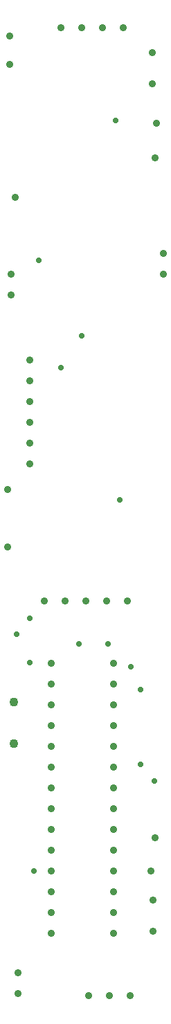
<source format=gbr>
G04 Layer_Color=0*
%FSLAX26Y26*%
%MOIN*%
%TF.FileFunction,Plated,1,2,PTH,Drill*%
%TF.Part,Single*%
G01*
G75*
%TA.AperFunction,ComponentDrill*%
%ADD24C,0.043307*%
%ADD25C,0.035433*%
%ADD26C,0.035433*%
%TA.AperFunction,ViaDrill,NotFilled*%
%ADD27C,0.028000*%
D24*
X5660000Y4855000D02*
D03*
Y5055000D02*
D03*
D25*
X6220000Y3640000D02*
D03*
X6120000D02*
D03*
X6020000D02*
D03*
X5885000Y8300000D02*
D03*
X5985000D02*
D03*
X6085000D02*
D03*
X6185000D02*
D03*
X5665000Y7485000D02*
D03*
X6205000Y5540000D02*
D03*
X6105000D02*
D03*
X6005000D02*
D03*
X5905000D02*
D03*
X5805000D02*
D03*
X5840000Y5240000D02*
D03*
Y5140000D02*
D03*
Y5040000D02*
D03*
Y4940000D02*
D03*
Y4840000D02*
D03*
Y4740000D02*
D03*
Y4640000D02*
D03*
Y4540000D02*
D03*
Y4440000D02*
D03*
Y4340000D02*
D03*
Y4240000D02*
D03*
Y4140000D02*
D03*
Y4040000D02*
D03*
Y3940000D02*
D03*
X6140000Y5240000D02*
D03*
Y5140000D02*
D03*
Y5040000D02*
D03*
Y4940000D02*
D03*
Y4840000D02*
D03*
Y4740000D02*
D03*
Y4640000D02*
D03*
Y4540000D02*
D03*
Y4440000D02*
D03*
Y4340000D02*
D03*
Y4240000D02*
D03*
Y4140000D02*
D03*
Y4040000D02*
D03*
Y3940000D02*
D03*
D26*
X5640000Y8260000D02*
D03*
X6380000Y7115000D02*
D03*
Y7215000D02*
D03*
X5645000Y7015000D02*
D03*
Y7115000D02*
D03*
X6340000Y7675000D02*
D03*
X6345000Y7840000D02*
D03*
X5630000Y5800236D02*
D03*
Y6079764D02*
D03*
X6325000Y8180000D02*
D03*
X5640000Y8125000D02*
D03*
X6325000Y8030000D02*
D03*
X6330000Y3950000D02*
D03*
Y4100000D02*
D03*
X6320000Y4240000D02*
D03*
X6340000Y4400000D02*
D03*
X5735000Y6700000D02*
D03*
Y6600000D02*
D03*
Y6500000D02*
D03*
Y6400000D02*
D03*
Y6300000D02*
D03*
Y6200000D02*
D03*
X5680000Y3650000D02*
D03*
Y3750000D02*
D03*
D27*
X5755000Y4240000D02*
D03*
X5971000Y5336000D02*
D03*
X6224000Y5225000D02*
D03*
X6334844Y4675000D02*
D03*
X6112000Y5335000D02*
D03*
X6167868Y6029000D02*
D03*
X6150000Y7855000D02*
D03*
X6270000Y4756000D02*
D03*
Y5116000D02*
D03*
X5985000Y6818000D02*
D03*
X5885000Y6664000D02*
D03*
X5671000Y5380000D02*
D03*
X5737000Y5246000D02*
D03*
Y5458000D02*
D03*
X5780000Y7180000D02*
D03*
%TF.MD5,AAA479AC301956DA9F5E310F9612CDD1*%
M02*

</source>
